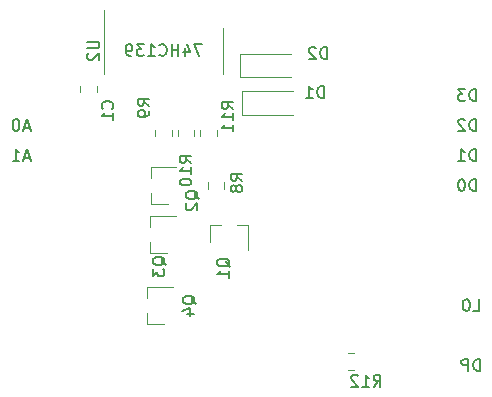
<source format=gbr>
G04 #@! TF.GenerationSoftware,KiCad,Pcbnew,(5.1.8)-1*
G04 #@! TF.CreationDate,2020-12-05T14:14:10+03:00*
G04 #@! TF.ProjectId,LED,4c45442e-6b69-4636-9164-5f7063625858,rev?*
G04 #@! TF.SameCoordinates,Original*
G04 #@! TF.FileFunction,Legend,Bot*
G04 #@! TF.FilePolarity,Positive*
%FSLAX46Y46*%
G04 Gerber Fmt 4.6, Leading zero omitted, Abs format (unit mm)*
G04 Created by KiCad (PCBNEW (5.1.8)-1) date 2020-12-05 14:14:10*
%MOMM*%
%LPD*%
G01*
G04 APERTURE LIST*
%ADD10C,0.150000*%
%ADD11C,0.120000*%
G04 APERTURE END LIST*
D10*
X105496904Y-55332380D02*
X104830238Y-55332380D01*
X105258809Y-56332380D01*
X104020714Y-55665714D02*
X104020714Y-56332380D01*
X104258809Y-55284761D02*
X104496904Y-55999047D01*
X103877857Y-55999047D01*
X103496904Y-56332380D02*
X103496904Y-55332380D01*
X103496904Y-55808571D02*
X102925476Y-55808571D01*
X102925476Y-56332380D02*
X102925476Y-55332380D01*
X101877857Y-56237142D02*
X101925476Y-56284761D01*
X102068333Y-56332380D01*
X102163571Y-56332380D01*
X102306428Y-56284761D01*
X102401666Y-56189523D01*
X102449285Y-56094285D01*
X102496904Y-55903809D01*
X102496904Y-55760952D01*
X102449285Y-55570476D01*
X102401666Y-55475238D01*
X102306428Y-55380000D01*
X102163571Y-55332380D01*
X102068333Y-55332380D01*
X101925476Y-55380000D01*
X101877857Y-55427619D01*
X100925476Y-56332380D02*
X101496904Y-56332380D01*
X101211190Y-56332380D02*
X101211190Y-55332380D01*
X101306428Y-55475238D01*
X101401666Y-55570476D01*
X101496904Y-55618095D01*
X100592142Y-55332380D02*
X99973095Y-55332380D01*
X100306428Y-55713333D01*
X100163571Y-55713333D01*
X100068333Y-55760952D01*
X100020714Y-55808571D01*
X99973095Y-55903809D01*
X99973095Y-56141904D01*
X100020714Y-56237142D01*
X100068333Y-56284761D01*
X100163571Y-56332380D01*
X100449285Y-56332380D01*
X100544523Y-56284761D01*
X100592142Y-56237142D01*
X99496904Y-56332380D02*
X99306428Y-56332380D01*
X99211190Y-56284761D01*
X99163571Y-56237142D01*
X99068333Y-56094285D01*
X99020714Y-55903809D01*
X99020714Y-55522857D01*
X99068333Y-55427619D01*
X99115952Y-55380000D01*
X99211190Y-55332380D01*
X99401666Y-55332380D01*
X99496904Y-55380000D01*
X99544523Y-55427619D01*
X99592142Y-55522857D01*
X99592142Y-55760952D01*
X99544523Y-55856190D01*
X99496904Y-55903809D01*
X99401666Y-55951428D01*
X99211190Y-55951428D01*
X99115952Y-55903809D01*
X99068333Y-55856190D01*
X99020714Y-55760952D01*
X90884285Y-64936666D02*
X90408095Y-64936666D01*
X90979523Y-65222380D02*
X90646190Y-64222380D01*
X90312857Y-65222380D01*
X89455714Y-65222380D02*
X90027142Y-65222380D01*
X89741428Y-65222380D02*
X89741428Y-64222380D01*
X89836666Y-64365238D01*
X89931904Y-64460476D01*
X90027142Y-64508095D01*
X90884285Y-62396666D02*
X90408095Y-62396666D01*
X90979523Y-62682380D02*
X90646190Y-61682380D01*
X90312857Y-62682380D01*
X89789047Y-61682380D02*
X89693809Y-61682380D01*
X89598571Y-61730000D01*
X89550952Y-61777619D01*
X89503333Y-61872857D01*
X89455714Y-62063333D01*
X89455714Y-62301428D01*
X89503333Y-62491904D01*
X89550952Y-62587142D01*
X89598571Y-62634761D01*
X89693809Y-62682380D01*
X89789047Y-62682380D01*
X89884285Y-62634761D01*
X89931904Y-62587142D01*
X89979523Y-62491904D01*
X90027142Y-62301428D01*
X90027142Y-62063333D01*
X89979523Y-61872857D01*
X89931904Y-61777619D01*
X89884285Y-61730000D01*
X89789047Y-61682380D01*
X128690595Y-60142380D02*
X128690595Y-59142380D01*
X128452500Y-59142380D01*
X128309642Y-59190000D01*
X128214404Y-59285238D01*
X128166785Y-59380476D01*
X128119166Y-59570952D01*
X128119166Y-59713809D01*
X128166785Y-59904285D01*
X128214404Y-59999523D01*
X128309642Y-60094761D01*
X128452500Y-60142380D01*
X128690595Y-60142380D01*
X127785833Y-59142380D02*
X127166785Y-59142380D01*
X127500119Y-59523333D01*
X127357261Y-59523333D01*
X127262023Y-59570952D01*
X127214404Y-59618571D01*
X127166785Y-59713809D01*
X127166785Y-59951904D01*
X127214404Y-60047142D01*
X127262023Y-60094761D01*
X127357261Y-60142380D01*
X127642976Y-60142380D01*
X127738214Y-60094761D01*
X127785833Y-60047142D01*
X128690595Y-62682380D02*
X128690595Y-61682380D01*
X128452500Y-61682380D01*
X128309642Y-61730000D01*
X128214404Y-61825238D01*
X128166785Y-61920476D01*
X128119166Y-62110952D01*
X128119166Y-62253809D01*
X128166785Y-62444285D01*
X128214404Y-62539523D01*
X128309642Y-62634761D01*
X128452500Y-62682380D01*
X128690595Y-62682380D01*
X127738214Y-61777619D02*
X127690595Y-61730000D01*
X127595357Y-61682380D01*
X127357261Y-61682380D01*
X127262023Y-61730000D01*
X127214404Y-61777619D01*
X127166785Y-61872857D01*
X127166785Y-61968095D01*
X127214404Y-62110952D01*
X127785833Y-62682380D01*
X127166785Y-62682380D01*
X128690595Y-65222380D02*
X128690595Y-64222380D01*
X128452500Y-64222380D01*
X128309642Y-64270000D01*
X128214404Y-64365238D01*
X128166785Y-64460476D01*
X128119166Y-64650952D01*
X128119166Y-64793809D01*
X128166785Y-64984285D01*
X128214404Y-65079523D01*
X128309642Y-65174761D01*
X128452500Y-65222380D01*
X128690595Y-65222380D01*
X127166785Y-65222380D02*
X127738214Y-65222380D01*
X127452500Y-65222380D02*
X127452500Y-64222380D01*
X127547738Y-64365238D01*
X127642976Y-64460476D01*
X127738214Y-64508095D01*
X128690595Y-67762380D02*
X128690595Y-66762380D01*
X128452500Y-66762380D01*
X128309642Y-66810000D01*
X128214404Y-66905238D01*
X128166785Y-67000476D01*
X128119166Y-67190952D01*
X128119166Y-67333809D01*
X128166785Y-67524285D01*
X128214404Y-67619523D01*
X128309642Y-67714761D01*
X128452500Y-67762380D01*
X128690595Y-67762380D01*
X127500119Y-66762380D02*
X127404880Y-66762380D01*
X127309642Y-66810000D01*
X127262023Y-66857619D01*
X127214404Y-66952857D01*
X127166785Y-67143333D01*
X127166785Y-67381428D01*
X127214404Y-67571904D01*
X127262023Y-67667142D01*
X127309642Y-67714761D01*
X127404880Y-67762380D01*
X127500119Y-67762380D01*
X127595357Y-67714761D01*
X127642976Y-67667142D01*
X127690595Y-67571904D01*
X127738214Y-67381428D01*
X127738214Y-67143333D01*
X127690595Y-66952857D01*
X127642976Y-66857619D01*
X127595357Y-66810000D01*
X127500119Y-66762380D01*
X128436666Y-77922380D02*
X128912857Y-77922380D01*
X128912857Y-76922380D01*
X127912857Y-76922380D02*
X127817619Y-76922380D01*
X127722380Y-76970000D01*
X127674761Y-77017619D01*
X127627142Y-77112857D01*
X127579523Y-77303333D01*
X127579523Y-77541428D01*
X127627142Y-77731904D01*
X127674761Y-77827142D01*
X127722380Y-77874761D01*
X127817619Y-77922380D01*
X127912857Y-77922380D01*
X128008095Y-77874761D01*
X128055714Y-77827142D01*
X128103333Y-77731904D01*
X128150952Y-77541428D01*
X128150952Y-77303333D01*
X128103333Y-77112857D01*
X128055714Y-77017619D01*
X128008095Y-76970000D01*
X127912857Y-76922380D01*
X129031904Y-83002380D02*
X129031904Y-82002380D01*
X128793809Y-82002380D01*
X128650952Y-82050000D01*
X128555714Y-82145238D01*
X128508095Y-82240476D01*
X128460476Y-82430952D01*
X128460476Y-82573809D01*
X128508095Y-82764285D01*
X128555714Y-82859523D01*
X128650952Y-82954761D01*
X128793809Y-83002380D01*
X129031904Y-83002380D01*
X128031904Y-83002380D02*
X128031904Y-82002380D01*
X127650952Y-82002380D01*
X127555714Y-82050000D01*
X127508095Y-82097619D01*
X127460476Y-82192857D01*
X127460476Y-82335714D01*
X127508095Y-82430952D01*
X127555714Y-82478571D01*
X127650952Y-82526190D01*
X128031904Y-82526190D01*
D11*
X105970000Y-67571252D02*
X105970000Y-67048748D01*
X107390000Y-67571252D02*
X107390000Y-67048748D01*
X102945000Y-63126252D02*
X102945000Y-62603748D01*
X101525000Y-63126252D02*
X101525000Y-62603748D01*
X103430000Y-63126252D02*
X103430000Y-62603748D01*
X104850000Y-63126252D02*
X104850000Y-62603748D01*
X106755000Y-63126252D02*
X106755000Y-62603748D01*
X105335000Y-63126252D02*
X105335000Y-62603748D01*
X117848748Y-81522500D02*
X118371252Y-81522500D01*
X117848748Y-82942500D02*
X118371252Y-82942500D01*
X96595000Y-59388752D02*
X96595000Y-58866248D01*
X95175000Y-59388752D02*
X95175000Y-58866248D01*
X113192500Y-61325000D02*
X108892500Y-61325000D01*
X108892500Y-61325000D02*
X108892500Y-59325000D01*
X108892500Y-59325000D02*
X113192500Y-59325000D01*
X108730000Y-56150000D02*
X113030000Y-56150000D01*
X108730000Y-58150000D02*
X108730000Y-56150000D01*
X113030000Y-58150000D02*
X108730000Y-58150000D01*
X106182000Y-70630000D02*
X106182000Y-72090000D01*
X109342000Y-70630000D02*
X109342000Y-72790000D01*
X109342000Y-70630000D02*
X108412000Y-70630000D01*
X106182000Y-70630000D02*
X107112000Y-70630000D01*
X101157500Y-68890000D02*
X101157500Y-67960000D01*
X101157500Y-65730000D02*
X101157500Y-66660000D01*
X101157500Y-65730000D02*
X103317500Y-65730000D01*
X101157500Y-68890000D02*
X102617500Y-68890000D01*
X101094000Y-73017500D02*
X102554000Y-73017500D01*
X101094000Y-69857500D02*
X103254000Y-69857500D01*
X101094000Y-69857500D02*
X101094000Y-70787500D01*
X101094000Y-73017500D02*
X101094000Y-72087500D01*
X100840000Y-79050000D02*
X100840000Y-78120000D01*
X100840000Y-75890000D02*
X100840000Y-76820000D01*
X100840000Y-75890000D02*
X103000000Y-75890000D01*
X100840000Y-79050000D02*
X102300000Y-79050000D01*
X107295000Y-55880000D02*
X107295000Y-57830000D01*
X107295000Y-55880000D02*
X107295000Y-53930000D01*
X97175000Y-55880000D02*
X97175000Y-57830000D01*
X97175000Y-55880000D02*
X97175000Y-52430000D01*
D10*
X108910380Y-66889333D02*
X108434190Y-66556000D01*
X108910380Y-66317904D02*
X107910380Y-66317904D01*
X107910380Y-66698857D01*
X107958000Y-66794095D01*
X108005619Y-66841714D01*
X108100857Y-66889333D01*
X108243714Y-66889333D01*
X108338952Y-66841714D01*
X108386571Y-66794095D01*
X108434190Y-66698857D01*
X108434190Y-66317904D01*
X108338952Y-67460761D02*
X108291333Y-67365523D01*
X108243714Y-67317904D01*
X108148476Y-67270285D01*
X108100857Y-67270285D01*
X108005619Y-67317904D01*
X107958000Y-67365523D01*
X107910380Y-67460761D01*
X107910380Y-67651238D01*
X107958000Y-67746476D01*
X108005619Y-67794095D01*
X108100857Y-67841714D01*
X108148476Y-67841714D01*
X108243714Y-67794095D01*
X108291333Y-67746476D01*
X108338952Y-67651238D01*
X108338952Y-67460761D01*
X108386571Y-67365523D01*
X108434190Y-67317904D01*
X108529428Y-67270285D01*
X108719904Y-67270285D01*
X108815142Y-67317904D01*
X108862761Y-67365523D01*
X108910380Y-67460761D01*
X108910380Y-67651238D01*
X108862761Y-67746476D01*
X108815142Y-67794095D01*
X108719904Y-67841714D01*
X108529428Y-67841714D01*
X108434190Y-67794095D01*
X108386571Y-67746476D01*
X108338952Y-67651238D01*
X101036380Y-60539333D02*
X100560190Y-60206000D01*
X101036380Y-59967904D02*
X100036380Y-59967904D01*
X100036380Y-60348857D01*
X100084000Y-60444095D01*
X100131619Y-60491714D01*
X100226857Y-60539333D01*
X100369714Y-60539333D01*
X100464952Y-60491714D01*
X100512571Y-60444095D01*
X100560190Y-60348857D01*
X100560190Y-59967904D01*
X101036380Y-61015523D02*
X101036380Y-61206000D01*
X100988761Y-61301238D01*
X100941142Y-61348857D01*
X100798285Y-61444095D01*
X100607809Y-61491714D01*
X100226857Y-61491714D01*
X100131619Y-61444095D01*
X100084000Y-61396476D01*
X100036380Y-61301238D01*
X100036380Y-61110761D01*
X100084000Y-61015523D01*
X100131619Y-60967904D01*
X100226857Y-60920285D01*
X100464952Y-60920285D01*
X100560190Y-60967904D01*
X100607809Y-61015523D01*
X100655428Y-61110761D01*
X100655428Y-61301238D01*
X100607809Y-61396476D01*
X100560190Y-61444095D01*
X100464952Y-61491714D01*
X104592380Y-65397142D02*
X104116190Y-65063809D01*
X104592380Y-64825714D02*
X103592380Y-64825714D01*
X103592380Y-65206666D01*
X103640000Y-65301904D01*
X103687619Y-65349523D01*
X103782857Y-65397142D01*
X103925714Y-65397142D01*
X104020952Y-65349523D01*
X104068571Y-65301904D01*
X104116190Y-65206666D01*
X104116190Y-64825714D01*
X104592380Y-66349523D02*
X104592380Y-65778095D01*
X104592380Y-66063809D02*
X103592380Y-66063809D01*
X103735238Y-65968571D01*
X103830476Y-65873333D01*
X103878095Y-65778095D01*
X103592380Y-66968571D02*
X103592380Y-67063809D01*
X103640000Y-67159047D01*
X103687619Y-67206666D01*
X103782857Y-67254285D01*
X103973333Y-67301904D01*
X104211428Y-67301904D01*
X104401904Y-67254285D01*
X104497142Y-67206666D01*
X104544761Y-67159047D01*
X104592380Y-67063809D01*
X104592380Y-66968571D01*
X104544761Y-66873333D01*
X104497142Y-66825714D01*
X104401904Y-66778095D01*
X104211428Y-66730476D01*
X103973333Y-66730476D01*
X103782857Y-66778095D01*
X103687619Y-66825714D01*
X103640000Y-66873333D01*
X103592380Y-66968571D01*
X108148380Y-60825142D02*
X107672190Y-60491809D01*
X108148380Y-60253714D02*
X107148380Y-60253714D01*
X107148380Y-60634666D01*
X107196000Y-60729904D01*
X107243619Y-60777523D01*
X107338857Y-60825142D01*
X107481714Y-60825142D01*
X107576952Y-60777523D01*
X107624571Y-60729904D01*
X107672190Y-60634666D01*
X107672190Y-60253714D01*
X108148380Y-61777523D02*
X108148380Y-61206095D01*
X108148380Y-61491809D02*
X107148380Y-61491809D01*
X107291238Y-61396571D01*
X107386476Y-61301333D01*
X107434095Y-61206095D01*
X108148380Y-62729904D02*
X108148380Y-62158476D01*
X108148380Y-62444190D02*
X107148380Y-62444190D01*
X107291238Y-62348952D01*
X107386476Y-62253714D01*
X107434095Y-62158476D01*
X120022857Y-84334880D02*
X120356190Y-83858690D01*
X120594285Y-84334880D02*
X120594285Y-83334880D01*
X120213333Y-83334880D01*
X120118095Y-83382500D01*
X120070476Y-83430119D01*
X120022857Y-83525357D01*
X120022857Y-83668214D01*
X120070476Y-83763452D01*
X120118095Y-83811071D01*
X120213333Y-83858690D01*
X120594285Y-83858690D01*
X119070476Y-84334880D02*
X119641904Y-84334880D01*
X119356190Y-84334880D02*
X119356190Y-83334880D01*
X119451428Y-83477738D01*
X119546666Y-83572976D01*
X119641904Y-83620595D01*
X118689523Y-83430119D02*
X118641904Y-83382500D01*
X118546666Y-83334880D01*
X118308571Y-83334880D01*
X118213333Y-83382500D01*
X118165714Y-83430119D01*
X118118095Y-83525357D01*
X118118095Y-83620595D01*
X118165714Y-83763452D01*
X118737142Y-84334880D01*
X118118095Y-84334880D01*
X97893142Y-60793333D02*
X97940761Y-60745714D01*
X97988380Y-60602857D01*
X97988380Y-60507619D01*
X97940761Y-60364761D01*
X97845523Y-60269523D01*
X97750285Y-60221904D01*
X97559809Y-60174285D01*
X97416952Y-60174285D01*
X97226476Y-60221904D01*
X97131238Y-60269523D01*
X97036000Y-60364761D01*
X96988380Y-60507619D01*
X96988380Y-60602857D01*
X97036000Y-60745714D01*
X97083619Y-60793333D01*
X97988380Y-61745714D02*
X97988380Y-61174285D01*
X97988380Y-61460000D02*
X96988380Y-61460000D01*
X97131238Y-61364761D01*
X97226476Y-61269523D01*
X97274095Y-61174285D01*
X115800095Y-59888380D02*
X115800095Y-58888380D01*
X115562000Y-58888380D01*
X115419142Y-58936000D01*
X115323904Y-59031238D01*
X115276285Y-59126476D01*
X115228666Y-59316952D01*
X115228666Y-59459809D01*
X115276285Y-59650285D01*
X115323904Y-59745523D01*
X115419142Y-59840761D01*
X115562000Y-59888380D01*
X115800095Y-59888380D01*
X114276285Y-59888380D02*
X114847714Y-59888380D01*
X114562000Y-59888380D02*
X114562000Y-58888380D01*
X114657238Y-59031238D01*
X114752476Y-59126476D01*
X114847714Y-59174095D01*
X116054095Y-56586380D02*
X116054095Y-55586380D01*
X115816000Y-55586380D01*
X115673142Y-55634000D01*
X115577904Y-55729238D01*
X115530285Y-55824476D01*
X115482666Y-56014952D01*
X115482666Y-56157809D01*
X115530285Y-56348285D01*
X115577904Y-56443523D01*
X115673142Y-56538761D01*
X115816000Y-56586380D01*
X116054095Y-56586380D01*
X115101714Y-55681619D02*
X115054095Y-55634000D01*
X114958857Y-55586380D01*
X114720761Y-55586380D01*
X114625523Y-55634000D01*
X114577904Y-55681619D01*
X114530285Y-55776857D01*
X114530285Y-55872095D01*
X114577904Y-56014952D01*
X115149333Y-56586380D01*
X114530285Y-56586380D01*
X107862619Y-74199761D02*
X107815000Y-74104523D01*
X107719761Y-74009285D01*
X107576904Y-73866428D01*
X107529285Y-73771190D01*
X107529285Y-73675952D01*
X107767380Y-73723571D02*
X107719761Y-73628333D01*
X107624523Y-73533095D01*
X107434047Y-73485476D01*
X107100714Y-73485476D01*
X106910238Y-73533095D01*
X106815000Y-73628333D01*
X106767380Y-73723571D01*
X106767380Y-73914047D01*
X106815000Y-74009285D01*
X106910238Y-74104523D01*
X107100714Y-74152142D01*
X107434047Y-74152142D01*
X107624523Y-74104523D01*
X107719761Y-74009285D01*
X107767380Y-73914047D01*
X107767380Y-73723571D01*
X107767380Y-75104523D02*
X107767380Y-74533095D01*
X107767380Y-74818809D02*
X106767380Y-74818809D01*
X106910238Y-74723571D01*
X107005476Y-74628333D01*
X107053095Y-74533095D01*
X105195619Y-68484761D02*
X105148000Y-68389523D01*
X105052761Y-68294285D01*
X104909904Y-68151428D01*
X104862285Y-68056190D01*
X104862285Y-67960952D01*
X105100380Y-68008571D02*
X105052761Y-67913333D01*
X104957523Y-67818095D01*
X104767047Y-67770476D01*
X104433714Y-67770476D01*
X104243238Y-67818095D01*
X104148000Y-67913333D01*
X104100380Y-68008571D01*
X104100380Y-68199047D01*
X104148000Y-68294285D01*
X104243238Y-68389523D01*
X104433714Y-68437142D01*
X104767047Y-68437142D01*
X104957523Y-68389523D01*
X105052761Y-68294285D01*
X105100380Y-68199047D01*
X105100380Y-68008571D01*
X104195619Y-68818095D02*
X104148000Y-68865714D01*
X104100380Y-68960952D01*
X104100380Y-69199047D01*
X104148000Y-69294285D01*
X104195619Y-69341904D01*
X104290857Y-69389523D01*
X104386095Y-69389523D01*
X104528952Y-69341904D01*
X105100380Y-68770476D01*
X105100380Y-69389523D01*
X102401619Y-74072761D02*
X102354000Y-73977523D01*
X102258761Y-73882285D01*
X102115904Y-73739428D01*
X102068285Y-73644190D01*
X102068285Y-73548952D01*
X102306380Y-73596571D02*
X102258761Y-73501333D01*
X102163523Y-73406095D01*
X101973047Y-73358476D01*
X101639714Y-73358476D01*
X101449238Y-73406095D01*
X101354000Y-73501333D01*
X101306380Y-73596571D01*
X101306380Y-73787047D01*
X101354000Y-73882285D01*
X101449238Y-73977523D01*
X101639714Y-74025142D01*
X101973047Y-74025142D01*
X102163523Y-73977523D01*
X102258761Y-73882285D01*
X102306380Y-73787047D01*
X102306380Y-73596571D01*
X101306380Y-74358476D02*
X101306380Y-74977523D01*
X101687333Y-74644190D01*
X101687333Y-74787047D01*
X101734952Y-74882285D01*
X101782571Y-74929904D01*
X101877809Y-74977523D01*
X102115904Y-74977523D01*
X102211142Y-74929904D01*
X102258761Y-74882285D01*
X102306380Y-74787047D01*
X102306380Y-74501333D01*
X102258761Y-74406095D01*
X102211142Y-74358476D01*
X104941619Y-77374761D02*
X104894000Y-77279523D01*
X104798761Y-77184285D01*
X104655904Y-77041428D01*
X104608285Y-76946190D01*
X104608285Y-76850952D01*
X104846380Y-76898571D02*
X104798761Y-76803333D01*
X104703523Y-76708095D01*
X104513047Y-76660476D01*
X104179714Y-76660476D01*
X103989238Y-76708095D01*
X103894000Y-76803333D01*
X103846380Y-76898571D01*
X103846380Y-77089047D01*
X103894000Y-77184285D01*
X103989238Y-77279523D01*
X104179714Y-77327142D01*
X104513047Y-77327142D01*
X104703523Y-77279523D01*
X104798761Y-77184285D01*
X104846380Y-77089047D01*
X104846380Y-76898571D01*
X104179714Y-78184285D02*
X104846380Y-78184285D01*
X103798761Y-77946190D02*
X104513047Y-77708095D01*
X104513047Y-78327142D01*
X95787380Y-55118095D02*
X96596904Y-55118095D01*
X96692142Y-55165714D01*
X96739761Y-55213333D01*
X96787380Y-55308571D01*
X96787380Y-55499047D01*
X96739761Y-55594285D01*
X96692142Y-55641904D01*
X96596904Y-55689523D01*
X95787380Y-55689523D01*
X95882619Y-56118095D02*
X95835000Y-56165714D01*
X95787380Y-56260952D01*
X95787380Y-56499047D01*
X95835000Y-56594285D01*
X95882619Y-56641904D01*
X95977857Y-56689523D01*
X96073095Y-56689523D01*
X96215952Y-56641904D01*
X96787380Y-56070476D01*
X96787380Y-56689523D01*
M02*

</source>
